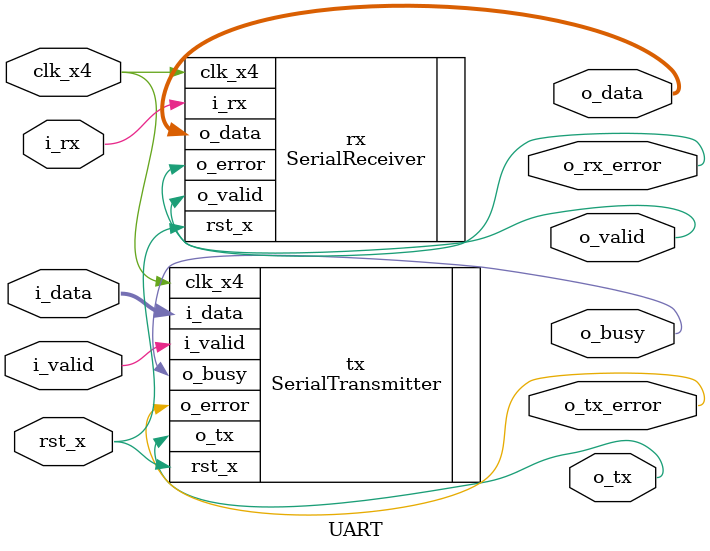
<source format=v>

module UART(
    clk_x4,
    rst_x,
    // UART interfaces
    i_rx,
    o_tx,
    // Control interfaces
    i_data,
    i_valid,
    o_busy,
    o_data,
    o_valid,
    // Error interfaces
    o_tx_error,
    o_rx_error);
  input        clk_x4;
  input        rst_x;

  input        i_rx;
  output       o_tx;

  input  [7:0] i_data;
  input        i_valid;
  output       o_busy;
  output [7:0] o_data;
  output       o_valid;

  output       o_tx_error;
  output       o_rx_error;

  SerialTransmitter tx(
      .clk_x4 (clk_x4    ),
      .rst_x  (rst_x     ),
      .i_data (i_data    ),
      .i_valid(i_valid   ),
      .o_tx   (o_tx      ),
      .o_busy (o_busy    ),
      .o_error(o_tx_error));

  SerialReceiver rx(
      .clk_x4 (clk_x4    ),
      .rst_x  (rst_x     ),
      .i_rx   (i_rx      ),
      .o_data (o_data    ),
      .o_valid(o_valid   ),
      .o_error(o_rx_error));

endmodule  // SerialTransmitter

</source>
